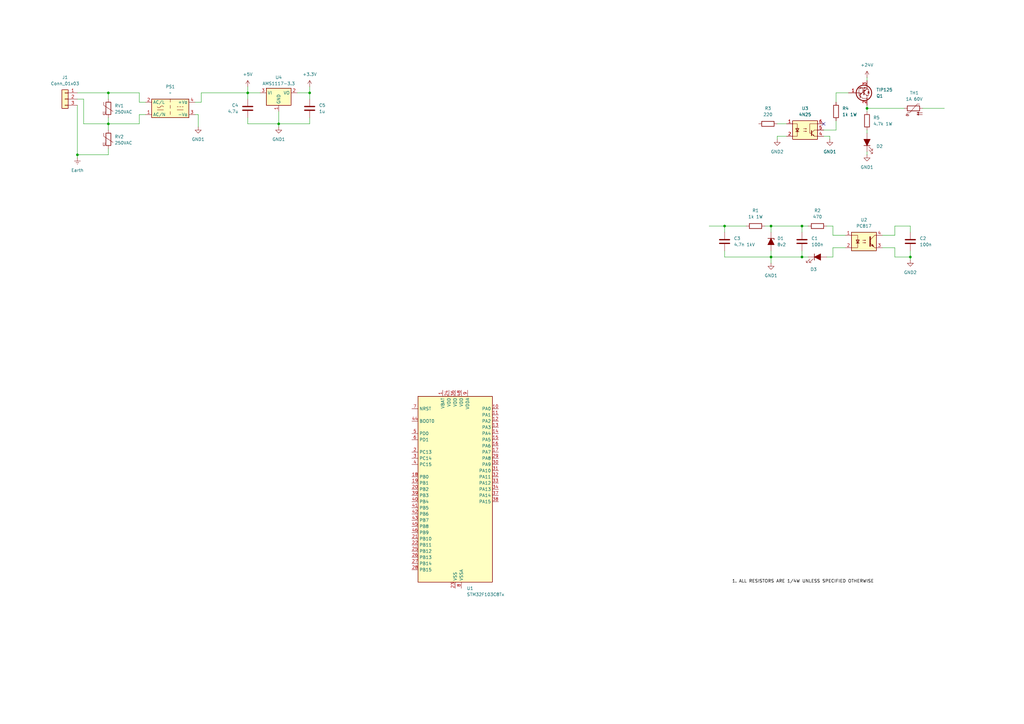
<source format=kicad_sch>
(kicad_sch (version 20231120) (generator "eeschema") (generator_version "8.0")
  (paper "A3")
  (title_block (title "LIRA-PLC") (date "2024-12-11") (rev "0.1") (company "FELIPE LIRA"))
  (lib_symbols
    (symbol "Connector_Generic:Conn_01x03" (pin_names (offset 1.016) hide)
      (property "Reference" "J" (at 0 5.08 0))
      (property "Value" "Conn_01x03" (at 0 -5.08 0))
      (symbol "Conn_01x03_1_1"
        (rectangle (start -1.27 -2.413) (end 0 -2.667) (stroke (width 0.1524)))
        (rectangle (start -1.27 0.127) (end 0 -0.127) (stroke (width 0.1524)))
        (rectangle (start -1.27 2.667) (end 0 2.413) (stroke (width 0.1524)))
        (rectangle (start -1.27 3.81) (end 1.27 -3.81) (stroke (width 0.254)) (fill (type background)))
        (pin passive line (at -5.08 2.54 0) (length 3.81) (name "Pin_1") (number "1"))
        (pin passive line (at -5.08 0 0) (length 3.81) (name "Pin_2") (number "2"))
        (pin passive line (at -5.08 -2.54 0) (length 3.81) (name "Pin_3") (number "3"))
      )
    )
    (symbol "Converter_ACDC:IRM-02-5"
      (property "Reference" "PS" (at 0 5.08 0))
      (property "Value" "IRM-02-5" (at 0 -5.08 0))
      (symbol "IRM-02-5_0_1"
        (rectangle (start -7.62 3.81) (end 7.62 -3.81) (stroke (width 0.254)) (fill (type background)))
        (arc (start -5.334 0.635) (mid -4.699 0.2495) (end -4.064 0.635))
        (arc (start -2.794 0.635) (mid -3.429 1.0072) (end -4.064 0.635))
        (polyline (pts (xy -5.334 -0.635) (xy -2.794 -0.635)))
        (polyline (pts (xy 2.794 -0.635) (xy 5.334 -0.635)))
        (polyline (pts (xy 2.794 0.635) (xy 3.302 0.635)))
        (polyline (pts (xy 3.81 0.635) (xy 4.318 0.635)))
        (polyline (pts (xy 4.826 0.635) (xy 5.334 0.635)))
      )
      (symbol "IRM-02-5_1_1"
        (polyline (pts (xy 0 -1.27) (xy 0 -2.54)))
        (polyline (pts (xy 0 1.27) (xy 0 0)))
        (polyline (pts (xy 0 3.81) (xy 0 2.54)))
        (pin power_in line (at -10.16 -2.54 0) (length 2.54) (name "AC/N") (number "1"))
        (pin power_in line (at -10.16 2.54 0) (length 2.54) (name "AC/L") (number "2"))
        (pin power_out line (at 10.16 -2.54 180) (length 2.54) (name "-Vo") (number "3"))
        (pin power_out line (at 10.16 2.54 180) (length 2.54) (name "+Vo") (number "4"))
      )
    )
    (symbol "Device:C" (pin_numbers hide) (pin_names (offset 0.254))
      (property "Reference" "C" (at 0.635 2.54 0))
      (property "Value" "C" (at 0.635 -2.54 0))
      (symbol "C_0_1"
        (polyline (pts (xy -2.032 -0.762) (xy 2.032 -0.762)) (stroke (width 0.508)))
        (polyline (pts (xy -2.032 0.762) (xy 2.032 0.762)) (stroke (width 0.508)))
      )
      (symbol "C_1_1"
        (pin passive line (at 0 3.81 270) (length 2.794) (name "~") (number "1"))
        (pin passive line (at 0 -3.81 90) (length 2.794) (name "~") (number "2"))
      )
    )
    (symbol "Device:D_Zener_Filled" (pin_numbers hide) (pin_names (offset 1.016) hide)
      (property "Reference" "D" (at 0 2.54 0))
      (property "Value" "D_Zener_Filled" (at 0 -2.54 0))
      (symbol "D_Zener_Filled_0_1"
        (polyline (pts (xy 1.27 0) (xy -1.27 0)))
        (polyline (pts (xy -1.27 -1.27) (xy -1.27 1.27) (xy -0.762 1.27)) (stroke (width 0.254)))
        (polyline (pts (xy 1.27 -1.27) (xy 1.27 1.27) (xy -1.27 0) (xy 1.27 -1.27)) (stroke (width 0.254)) (fill (type outline)))
      )
      (symbol "D_Zener_Filled_1_1"
        (pin passive line (at -3.81 0 0) (length 2.54) (name "K") (number "1"))
        (pin passive line (at 3.81 0 180) (length 2.54) (name "A") (number "2"))
      )
    )
    (symbol "Device:LED_Filled" (pin_numbers hide) (pin_names (offset 1.016) hide)
      (property "Reference" "D" (at 0 2.54 0))
      (property "Value" "LED_Filled" (at 0 -2.54 0))
      (symbol "LED_Filled_0_1"
        (polyline (pts (xy -1.27 -1.27) (xy -1.27 1.27)) (stroke (width 0.254)))
        (polyline (pts (xy -1.27 0) (xy 1.27 0)))
        (polyline (pts (xy 1.27 -1.27) (xy 1.27 1.27) (xy -1.27 0) (xy 1.27 -1.27)) (stroke (width 0.254)) (fill (type outline)))
        (polyline (pts (xy -3.048 -0.762) (xy -4.572 -2.286) (xy -3.81 -2.286) (xy -4.572 -2.286) (xy -4.572 -1.524)))
        (polyline (pts (xy -1.778 -0.762) (xy -3.302 -2.286) (xy -2.54 -2.286) (xy -3.302 -2.286) (xy -3.302 -1.524)))
      )
      (symbol "LED_Filled_1_1"
        (pin passive line (at -3.81 0 0) (length 2.54) (name "K") (number "1"))
        (pin passive line (at 3.81 0 180) (length 2.54) (name "A") (number "2"))
      )
    )
    (symbol "Device:R" (pin_numbers hide) (pin_names (offset 0))
      (property "Reference" "R" (at 2.032 0 90))
      (property "Value" "R" (at 0 0 90))
      (symbol "R_0_1"
        (rectangle (start -1.016 -2.54) (end 1.016 2.54) (stroke (width 0.254)))
      )
      (symbol "R_1_1"
        (pin passive line (at 0 3.81 270) (length 1.27) (name "~") (number "1"))
        (pin passive line (at 0 -3.81 90) (length 1.27) (name "~") (number "2"))
      )
    )
    (symbol "Device:Thermistor_PTC" (pin_numbers hide) (pin_names (offset 0))
      (property "Reference" "TH" (at -4.064 0 90))
      (property "Value" "Thermistor_PTC" (at 3.048 0 90))
      (symbol "Thermistor_PTC_0_1"
        (arc (start -3.048 2.159) (mid -3.0495 2.3143) (end -3.175 2.413))
        (arc (start -3.048 2.159) (mid -2.9736 1.9794) (end -2.794 1.905))
        (arc (start -3.048 2.794) (mid -2.9736 2.6144) (end -2.794 2.54))
        (arc (start -2.794 1.905) (mid -2.6144 1.9794) (end -2.54 2.159))
        (arc (start -2.794 2.54) (mid -2.4393 2.5587) (end -2.159 2.794))
        (arc (start -2.794 3.048) (mid -2.9736 2.9736) (end -3.048 2.794))
        (arc (start -2.54 2.794) (mid -2.6144 2.9736) (end -2.794 3.048))
        (rectangle (start -1.016 2.54) (end 1.016 -2.54) (stroke (width 0.254)))
        (polyline (pts (xy -2.54 2.159) (xy -2.54 2.794)))
        (polyline (pts (xy -1.778 2.54) (xy -1.778 1.524) (xy 1.778 -1.524) (xy 1.778 -2.54)))
        (polyline (pts (xy -2.54 -3.683) (xy -2.54 -1.397) (xy -2.794 -2.159) (xy -2.286 -2.159) (xy -2.54 -1.397) (xy -2.54 -1.651)) (fill (type outline)))
        (polyline (pts (xy -1.778 -3.683) (xy -1.778 -1.397) (xy -2.032 -2.159) (xy -1.524 -2.159) (xy -1.778 -1.397) (xy -1.778 -1.651)) (fill (type outline)))
      )
      (symbol "Thermistor_PTC_1_1"
        (pin passive line (at 0 3.81 270) (length 1.27) (name "~") (number "1"))
        (pin passive line (at 0 -3.81 90) (length 1.27) (name "~") (number "2"))
      )
    )
    (symbol "Device:Varistor" (pin_numbers hide) (pin_names (offset 0))
      (property "Reference" "RV" (at 3.175 0 90))
      (property "Value" "Varistor" (at -3.175 0 90))
      (symbol "Varistor_0_0"
        (text "U" (at -1.778 -2.032 0) (effects (font (size 1.27 1.27))))
      )
      (symbol "Varistor_0_1"
        (rectangle (start -1.016 -2.54) (end 1.016 2.54) (stroke (width 0.254)))
        (polyline (pts (xy -1.905 2.54) (xy -1.905 1.27) (xy 1.905 -1.27)))
      )
      (symbol "Varistor_1_1"
        (pin passive line (at 0 3.81 270) (length 1.27) (name "~") (number "1"))
        (pin passive line (at 0 -3.81 90) (length 1.27) (name "~") (number "2"))
      )
    )
    (symbol "Isolator:4N25" (pin_names (offset 1.016))
      (property "Reference" "U" (at -5.08 5.08 0))
      (property "Value" "4N25" (at 0 5.08 0))
      (symbol "4N25_0_1"
        (rectangle (start -5.08 3.81) (end 5.08 -3.81) (stroke (width 0.254)) (fill (type background)))
        (polyline (pts (xy -3.81 -0.635) (xy -2.54 -0.635)) (stroke (width 0.254)))
        (polyline (pts (xy 2.667 -1.397) (xy 3.81 -2.54)))
        (polyline (pts (xy 2.667 -1.143) (xy 3.81 0)))
        (polyline (pts (xy 3.81 -2.54) (xy 5.08 -2.54)))
        (polyline (pts (xy 3.81 0) (xy 5.08 0)))
        (polyline (pts (xy 2.667 -0.254) (xy 2.667 -2.286) (xy 2.667 -2.286)) (stroke (width 0.3556)))
        (polyline (pts (xy -5.08 -2.54) (xy -3.175 -2.54) (xy -3.175 2.54) (xy -5.08 2.54)))
        (polyline (pts (xy -3.175 -0.635) (xy -3.81 0.635) (xy -2.54 0.635) (xy -3.175 -0.635)) (stroke (width 0.254)))
        (polyline (pts (xy 3.683 -2.413) (xy 3.429 -1.905) (xy 3.175 -2.159) (xy 3.683 -2.413)))
        (polyline (pts (xy 5.08 2.54) (xy 1.905 2.54) (xy 1.905 -1.27) (xy 2.54 -1.27)))
        (polyline (pts (xy -0.635 -0.508) (xy 0.635 -0.508) (xy 0.254 -0.635) (xy 0.254 -0.381) (xy 0.635 -0.508)))
        (polyline (pts (xy -0.635 0.508) (xy 0.635 0.508) (xy 0.254 0.381) (xy 0.254 0.635) (xy 0.635 0.508)))
      )
      (symbol "4N25_1_1"
        (pin passive line (at -7.62 2.54 0) (length 2.54) (name "~") (number "1"))
        (pin passive line (at -7.62 -2.54 0) (length 2.54) (name "~") (number "2"))
        (pin no_connect line (at -5.08 0 0) (length 2.54) hide (name "NC") (number "3"))
        (pin passive line (at 7.62 -2.54 180) (length 2.54) (name "~") (number "4"))
        (pin passive line (at 7.62 0 180) (length 2.54) (name "~") (number "5"))
        (pin passive line (at 7.62 2.54 180) (length 2.54) (name "~") (number "6"))
      )
    )
    (symbol "Isolator:PC817" (pin_names (offset 1.016))
      (property "Reference" "U" (at -5.08 5.08 0))
      (property "Value" "PC817" (at 0 5.08 0))
      (symbol "PC817_0_1"
        (rectangle (start -5.08 3.81) (end 5.08 -3.81) (stroke (width 0.254)) (fill (type background)))
        (polyline (pts (xy -3.175 -0.635) (xy -1.905 -0.635)) (stroke (width 0.254)))
        (polyline (pts (xy 2.54 0.635) (xy 4.445 2.54)))
        (polyline (pts (xy 4.445 -2.54) (xy 2.54 -0.635)) (fill (type outline)))
        (polyline (pts (xy 4.445 -2.54) (xy 5.08 -2.54)))
        (polyline (pts (xy 4.445 2.54) (xy 5.08 2.54)))
        (polyline (pts (xy -5.08 2.54) (xy -2.54 2.54) (xy -2.54 -0.635)))
        (polyline (pts (xy -2.54 -0.635) (xy -2.54 -2.54) (xy -5.08 -2.54)))
        (polyline (pts (xy 2.54 1.905) (xy 2.54 -1.905) (xy 2.54 -1.905)) (stroke (width 0.508)))
        (polyline (pts (xy -2.54 -0.635) (xy -3.175 0.635) (xy -1.905 0.635) (xy -2.54 -0.635)) (stroke (width 0.254)))
        (polyline (pts (xy -0.508 -0.508) (xy 0.762 -0.508) (xy 0.381 -0.635) (xy 0.381 -0.381) (xy 0.762 -0.508)))
        (polyline (pts (xy -0.508 0.508) (xy 0.762 0.508) (xy 0.381 0.381) (xy 0.381 0.635) (xy 0.762 0.508)))
        (polyline (pts (xy 3.048 -1.651) (xy 3.556 -1.143) (xy 4.064 -2.159) (xy 3.048 -1.651) (xy 3.048 -1.651)) (fill (type outline)))
      )
      (symbol "PC817_1_1"
        (pin passive line (at -7.62 2.54 0) (length 2.54) (name "~") (number "1"))
        (pin passive line (at -7.62 -2.54 0) (length 2.54) (name "~") (number "2"))
        (pin passive line (at 7.62 -2.54 180) (length 2.54) (name "~") (number "3"))
        (pin passive line (at 7.62 2.54 180) (length 2.54) (name "~") (number "4"))
      )
    )
    (symbol "MCU_ST_STM32F1:STM32F103C8Tx"
      (property "Reference" "U" (at -15.24 39.37 0))
      (property "Value" "STM32F103C8Tx" (at 7.62 39.37 0))
      (symbol "STM32F103C8Tx_0_1"
        (rectangle (start -15.24 -38.1) (end 15.24 38.1) (stroke (width 0.254)) (fill (type background)))
      )
      (symbol "STM32F103C8Tx_1_1"
        (pin power_in line (at -5.08 40.64 270) (length 2.54) (name "VBAT") (number "1"))
        (pin bidirectional line (at 17.78 33.02 180) (length 2.54) (name "PA0") (number "10"))
        (pin bidirectional line (at 17.78 30.48 180) (length 2.54) (name "PA1") (number "11"))
        (pin bidirectional line (at 17.78 27.94 180) (length 2.54) (name "PA2") (number "12"))
        (pin bidirectional line (at 17.78 25.4 180) (length 2.54) (name "PA3") (number "13"))
        (pin bidirectional line (at 17.78 22.86 180) (length 2.54) (name "PA4") (number "14"))
        (pin bidirectional line (at 17.78 20.32 180) (length 2.54) (name "PA5") (number "15"))
        (pin bidirectional line (at 17.78 17.78 180) (length 2.54) (name "PA6") (number "16"))
        (pin bidirectional line (at 17.78 15.24 180) (length 2.54) (name "PA7") (number "17"))
        (pin bidirectional line (at -17.78 5.08 0) (length 2.54) (name "PB0") (number "18"))
        (pin bidirectional line (at -17.78 2.54 0) (length 2.54) (name "PB1") (number "19"))
        (pin bidirectional line (at -17.78 15.24 0) (length 2.54) (name "PC13") (number "2"))
        (pin bidirectional line (at -17.78 0 0) (length 2.54) (name "PB2") (number "20"))
        (pin bidirectional line (at -17.78 -20.32 0) (length 2.54) (name "PB10") (number "21"))
        (pin bidirectional line (at -17.78 -22.86 0) (length 2.54) (name "PB11") (number "22"))
        (pin power_in line (at 0 -40.64 90) (length 2.54) (name "VSS") (number "23"))
        (pin power_in line (at -2.54 40.64 270) (length 2.54) (name "VDD") (number "24"))
        (pin bidirectional line (at -17.78 -25.4 0) (length 2.54) (name "PB12") (number "25"))
        (pin bidirectional line (at -17.78 -27.94 0) (length 2.54) (name "PB13") (number "26"))
        (pin bidirectional line (at -17.78 -30.48 0) (length 2.54) (name "PB14") (number "27"))
        (pin bidirectional line (at -17.78 -33.02 0) (length 2.54) (name "PB15") (number "28"))
        (pin bidirectional line (at 17.78 12.7 180) (length 2.54) (name "PA8") (number "29"))
        (pin bidirectional line (at -17.78 12.7 0) (length 2.54) (name "PC14") (number "3"))
        (pin bidirectional line (at 17.78 10.16 180) (length 2.54) (name "PA9") (number "30"))
        (pin bidirectional line (at 17.78 7.62 180) (length 2.54) (name "PA10") (number "31"))
        (pin bidirectional line (at 17.78 5.08 180) (length 2.54) (name "PA11") (number "32"))
        (pin bidirectional line (at 17.78 2.54 180) (length 2.54) (name "PA12") (number "33"))
        (pin bidirectional line (at 17.78 0 180) (length 2.54) (name "PA13") (number "34"))
        (pin passive line (at 0 -40.64 90) (length 2.54) hide (name "VSS") (number "35"))
        (pin power_in line (at 0 40.64 270) (length 2.54) (name "VDD") (number "36"))
        (pin bidirectional line (at 17.78 -2.54 180) (length 2.54) (name "PA14") (number "37"))
        (pin bidirectional line (at 17.78 -5.08 180) (length 2.54) (name "PA15") (number "38"))
        (pin bidirectional line (at -17.78 -2.54 0) (length 2.54) (name "PB3") (number "39"))
        (pin bidirectional line (at -17.78 10.16 0) (length 2.54) (name "PC15") (number "4"))
        (pin bidirectional line (at -17.78 -5.08 0) (length 2.54) (name "PB4") (number "40"))
        (pin bidirectional line (at -17.78 -7.62 0) (length 2.54) (name "PB5") (number "41"))
        (pin bidirectional line (at -17.78 -10.16 0) (length 2.54) (name "PB6") (number "42"))
        (pin bidirectional line (at -17.78 -12.7 0) (length 2.54) (name "PB7") (number "43"))
        (pin input line (at -17.78 27.94 0) (length 2.54) (name "BOOT0") (number "44"))
        (pin bidirectional line (at -17.78 -15.24 0) (length 2.54) (name "PB8") (number "45"))
        (pin bidirectional line (at -17.78 -17.78 0) (length 2.54) (name "PB9") (number "46"))
        (pin passive line (at 0 -40.64 90) (length 2.54) hide (name "VSS") (number "47"))
        (pin power_in line (at 2.54 40.64 270) (length 2.54) (name "VDD") (number "48"))
        (pin bidirectional line (at -17.78 22.86 0) (length 2.54) (name "PD0") (number "5"))
        (pin bidirectional line (at -17.78 20.32 0) (length 2.54) (name "PD1") (number "6"))
        (pin input line (at -17.78 33.02 0) (length 2.54) (name "NRST") (number "7"))
        (pin power_in line (at 2.54 -40.64 90) (length 2.54) (name "VSSA") (number "8"))
        (pin power_in line (at 5.08 40.64 270) (length 2.54) (name "VDDA") (number "9"))
      )
    )
    (symbol "Regulator_Linear:AMS1117-3.3"
      (property "Reference" "U" (at -3.81 3.175 0))
      (property "Value" "AMS1117-3.3" (at 0 3.175 0))
      (symbol "AMS1117-3.3_0_1"
        (rectangle (start -5.08 -5.08) (end 5.08 1.905) (stroke (width 0.254)) (fill (type background)))
      )
      (symbol "AMS1117-3.3_1_1"
        (pin power_in line (at 0 -7.62 90) (length 2.54) (name "GND") (number "1"))
        (pin power_out line (at 7.62 0 180) (length 2.54) (name "VO") (number "2"))
        (pin power_in line (at -7.62 0 0) (length 2.54) (name "VI") (number "3"))
      )
    )
    (symbol "Transistor_BJT:TIP125" (pin_names (offset 0) hide)
      (property "Reference" "Q" (at 5.08 1.905 0))
      (property "Value" "TIP125" (at 5.08 0 0))
      (symbol "TIP125_0_1"
        (circle (center -0.762 0) (radius 0.127))
        (polyline (pts (xy -1.27 0) (xy -0.889 0)))
        (polyline (pts (xy 2.54 -2.032) (xy 2.54 -2.54)))
        (polyline (pts (xy 2.54 -1.524) (xy 3.175 -1.524)))
        (polyline (pts (xy 2.794 -0.635) (xy 3.556 -0.635)))
        (polyline (pts (xy 3.175 -1.524) (xy 3.175 -0.635)))
        (polyline (pts (xy 3.175 0.127) (xy 3.175 1.016)))
        (polyline (pts (xy 3.175 1.016) (xy 2.54 1.016)))
        (polyline (pts (xy -0.254 0.762) (xy 0.762 -0.254) (xy 1.27 -0.254)))
        (polyline (pts (xy -0.254 1.016) (xy -0.762 1.016) (xy -0.762 -2.032)))
        (polyline (pts (xy -0.254 1.27) (xy 0.762 2.286) (xy 2.54 2.286)))
        (polyline (pts (xy -0.254 2.032) (xy -0.254 0) (xy -0.254 0)) (stroke (width 0.3048)))
        (polyline (pts (xy 1.27 0.762) (xy 1.27 -1.27) (xy 1.27 -1.27)) (stroke (width 0.381)))
        (polyline (pts (xy 0 0.508) (xy 0.254 0) (xy 0.508 0.254) (xy 0 0.508)))
        (polyline (pts (xy 1.27 -0.508) (xy 2.286 -1.524) (xy 2.54 -1.524) (xy 2.54 -2.032)))
        (polyline (pts (xy 1.27 0) (xy 2.286 1.016) (xy 2.54 1.016) (xy 2.54 2.286)))
        (polyline (pts (xy 1.524 -0.762) (xy 1.778 -1.27) (xy 2.032 -1.016) (xy 1.524 -0.762)))
        (polyline (pts (xy 3.175 -0.635) (xy 2.794 0.127) (xy 3.556 0.127) (xy 3.175 -0.635)) (fill (type outline)))
        (polyline (pts (xy 0.762 -2.032) (xy 0.381 -2.032) (xy 0.254 -2.286) (xy 0.127 -1.778) (xy 0 -2.286) (xy -0.127 -1.778) (xy -0.254 -2.286) (xy -0.381 -1.778) (xy -0.508 -2.032) (xy -0.762 -2.032)))
        (polyline (pts (xy 0.762 -0.254) (xy 0.762 -2.032) (xy 1.143 -2.032) (xy 1.27 -1.778) (xy 1.397 -2.286) (xy 1.524 -1.778) (xy 1.651 -2.286) (xy 1.778 -1.778) (xy 1.905 -2.286) (xy 2.032 -2.032) (xy 2.54 -2.032)))
        (circle (center 0.762 -2.032) (radius 0.127))
        (circle (center 0.762 -0.254) (radius 0.127))
        (circle (center 1.27 0) (radius 3.175) (stroke (width 0.3556)))
        (circle (center 2.54 -2.032) (radius 0.127))
        (circle (center 2.54 -1.524) (radius 0.127))
        (circle (center 2.54 1.016) (radius 0.127))
        (circle (center 2.54 2.286) (radius 0.127))
      )
      (symbol "TIP125_1_1"
        (pin input line (at -5.08 0 0) (length 3.81) (name "B") (number "1"))
        (pin passive line (at 2.54 5.08 270) (length 2.667) (name "C") (number "2"))
        (pin passive line (at 2.54 -5.08 90) (length 2.54) (name "E") (number "3"))
      )
    )
    (symbol "power:+24V" (power) (pin_numbers hide) (pin_names (offset 0) hide)
      (property "Value" "+24V" (at 0 3.556 0))
      (symbol "+24V_0_1"
        (polyline (pts (xy -0.762 1.27) (xy 0 2.54)))
        (polyline (pts (xy 0 0) (xy 0 2.54)))
        (polyline (pts (xy 0 2.54) (xy 0.762 1.27)))
      )
      (symbol "+24V_1_1"
        (pin power_in line (at 0 0 90) (length 0) (name "~") (number "1"))
      )
    )
    (symbol "power:+3.3V" (power) (pin_numbers hide) (pin_names (offset 0) hide)
      (property "Value" "+3.3V" (at 0 3.556 0))
      (symbol "+3.3V_0_1"
        (polyline (pts (xy -0.762 1.27) (xy 0 2.54)))
        (polyline (pts (xy 0 0) (xy 0 2.54)))
        (polyline (pts (xy 0 2.54) (xy 0.762 1.27)))
      )
      (symbol "+3.3V_1_1"
        (pin power_in line (at 0 0 90) (length 0) (name "~") (number "1"))
      )
    )
    (symbol "power:+5V" (power) (pin_numbers hide) (pin_names (offset 0) hide)
      (property "Value" "+5V" (at 0 3.556 0))
      (symbol "+5V_0_1"
        (polyline (pts (xy -0.762 1.27) (xy 0 2.54)))
        (polyline (pts (xy 0 0) (xy 0 2.54)))
        (polyline (pts (xy 0 2.54) (xy 0.762 1.27)))
      )
      (symbol "+5V_1_1"
        (pin power_in line (at 0 0 90) (length 0) (name "~") (number "1"))
      )
    )
    (symbol "power:Earth" (power) (pin_numbers hide) (pin_names (offset 0) hide)
      (property "Value" "Earth" (at 0 -3.81 0))
      (symbol "Earth_0_1"
        (polyline (pts (xy -0.635 -1.905) (xy 0.635 -1.905)))
        (polyline (pts (xy -0.127 -2.54) (xy 0.127 -2.54)))
        (polyline (pts (xy 0 -1.27) (xy 0 0)))
        (polyline (pts (xy 1.27 -1.27) (xy -1.27 -1.27)))
      )
      (symbol "Earth_1_1"
        (pin power_in line (at 0 0 270) (length 0) (name "~") (number "1"))
      )
    )
    (symbol "power:GND1" (power) (pin_numbers hide) (pin_names (offset 0) hide)
      (property "Value" "GND1" (at 0 -3.81 0))
      (symbol "GND1_0_1"
        (polyline (pts (xy 0 0) (xy 0 -1.27) (xy 1.27 -1.27) (xy 0 -2.54) (xy -1.27 -1.27) (xy 0 -1.27)))
      )
      (symbol "GND1_1_1"
        (pin power_in line (at 0 0 270) (length 0) (name "~") (number "1"))
      )
    )
    (symbol "power:GND2" (power) (pin_numbers hide) (pin_names (offset 0) hide)
      (property "Value" "GND2" (at 0 -3.81 0))
      (symbol "GND2_0_1"
        (polyline (pts (xy 0 0) (xy 0 -1.27) (xy 1.27 -1.27) (xy 0 -2.54) (xy -1.27 -1.27) (xy 0 -1.27)))
      )
      (symbol "GND2_1_1"
        (pin power_in line (at 0 0 270) (length 0) (name "~") (number "1"))
      )
    )
  )
  (junction (at 31.75 63.5))
  (junction (at 328.93 105.41))
  (junction (at 355.6 44.45))
  (junction (at 127 38.1))
  (junction (at 101.6 38.1))
  (junction (at 316.23 105.41))
  (junction (at 316.23 92.71))
  (junction (at 44.45 38.1))
  (junction (at 373.38 105.41))
  (junction (at 328.93 92.71))
  (junction (at 44.45 50.8))
  (junction (at 114.3 50.8))
  (junction (at 297.18 92.71))
  (no_connect (at 337.82 50.8))
  (wire (pts (xy 378.46 44.45) (xy 387.35 44.45)))
  (wire (pts (xy 127 48.26) (xy 127 50.8)))
  (wire (pts (xy 339.09 92.71) (xy 341.63 92.71)))
  (wire (pts (xy 44.45 60.96) (xy 44.45 63.5)))
  (wire (pts (xy 337.82 55.88) (xy 340.36 55.88)))
  (wire (pts (xy 355.6 44.45) (xy 370.84 44.45)))
  (wire (pts (xy 373.38 106.68) (xy 373.38 105.41)))
  (wire (pts (xy 355.6 44.45) (xy 355.6 45.72)))
  (wire (pts (xy 101.6 35.56) (xy 101.6 38.1)))
  (wire (pts (xy 44.45 63.5) (xy 31.75 63.5)))
  (wire (pts (xy 80.01 41.91) (xy 82.55 41.91)))
  (wire (pts (xy 44.45 50.8) (xy 44.45 53.34)))
  (wire (pts (xy 82.55 38.1) (xy 82.55 41.91)))
  (wire (pts (xy 328.93 92.71) (xy 331.47 92.71)))
  (wire (pts (xy 322.58 55.88) (xy 318.77 55.88)))
  (wire (pts (xy 297.18 92.71) (xy 306.07 92.71)))
  (wire (pts (xy 101.6 38.1) (xy 101.6 40.64)))
  (wire (pts (xy 341.63 96.52) (xy 346.71 96.52)))
  (wire (pts (xy 361.95 101.6) (xy 367.03 101.6)))
  (wire (pts (xy 31.75 40.64) (xy 34.29 40.64)))
  (wire (pts (xy 57.15 46.99) (xy 57.15 50.8)))
  (wire (pts (xy 328.93 92.71) (xy 328.93 95.25)))
  (wire (pts (xy 316.23 92.71) (xy 328.93 92.71)))
  (wire (pts (xy 44.45 38.1) (xy 57.15 38.1)))
  (wire (pts (xy 101.6 38.1) (xy 106.68 38.1)))
  (wire (pts (xy 318.77 50.8) (xy 322.58 50.8)))
  (wire (pts (xy 34.29 40.64) (xy 34.29 50.8)))
  (wire (pts (xy 44.45 38.1) (xy 44.45 40.64)))
  (wire (pts (xy 44.45 50.8) (xy 57.15 50.8)))
  (wire (pts (xy 81.28 46.99) (xy 81.28 52.07)))
  (wire (pts (xy 34.29 50.8) (xy 44.45 50.8)))
  (wire (pts (xy 297.18 102.87) (xy 297.18 105.41)))
  (wire (pts (xy 328.93 102.87) (xy 328.93 105.41)))
  (wire (pts (xy 57.15 41.91) (xy 59.69 41.91)))
  (wire (pts (xy 341.63 92.71) (xy 341.63 96.52)))
  (wire (pts (xy 355.6 31.75) (xy 355.6 33.02)))
  (wire (pts (xy 367.03 92.71) (xy 373.38 92.71)))
  (wire (pts (xy 342.9 41.91) (xy 342.9 38.1)))
  (wire (pts (xy 339.09 105.41) (xy 341.63 105.41)))
  (wire (pts (xy 355.6 62.23) (xy 355.6 63.5)))
  (wire (pts (xy 316.23 102.87) (xy 316.23 105.41)))
  (wire (pts (xy 316.23 105.41) (xy 328.93 105.41)))
  (wire (pts (xy 57.15 46.99) (xy 59.69 46.99)))
  (wire (pts (xy 313.69 92.71) (xy 316.23 92.71)))
  (wire (pts (xy 101.6 48.26) (xy 101.6 50.8)))
  (wire (pts (xy 367.03 101.6) (xy 367.03 105.41)))
  (wire (pts (xy 367.03 96.52) (xy 361.95 96.52)))
  (wire (pts (xy 290.83 92.71) (xy 297.18 92.71)))
  (wire (pts (xy 127 38.1) (xy 127 40.64)))
  (wire (pts (xy 373.38 92.71) (xy 373.38 95.25)))
  (wire (pts (xy 31.75 63.5) (xy 31.75 64.77)))
  (wire (pts (xy 328.93 105.41) (xy 331.47 105.41)))
  (wire (pts (xy 44.45 48.26) (xy 44.45 50.8)))
  (wire (pts (xy 367.03 96.52) (xy 367.03 92.71)))
  (wire (pts (xy 121.92 38.1) (xy 127 38.1)))
  (wire (pts (xy 101.6 50.8) (xy 114.3 50.8)))
  (wire (pts (xy 337.82 53.34) (xy 342.9 53.34)))
  (wire (pts (xy 316.23 92.71) (xy 316.23 95.25)))
  (wire (pts (xy 31.75 43.18) (xy 31.75 63.5)))
  (wire (pts (xy 355.6 43.18) (xy 355.6 44.45)))
  (wire (pts (xy 31.75 38.1) (xy 44.45 38.1)))
  (wire (pts (xy 355.6 53.34) (xy 355.6 54.61)))
  (wire (pts (xy 114.3 50.8) (xy 114.3 52.07)))
  (wire (pts (xy 114.3 50.8) (xy 127 50.8)))
  (wire (pts (xy 297.18 92.71) (xy 297.18 95.25)))
  (wire (pts (xy 367.03 105.41) (xy 373.38 105.41)))
  (wire (pts (xy 57.15 38.1) (xy 57.15 41.91)))
  (wire (pts (xy 341.63 101.6) (xy 341.63 105.41)))
  (wire (pts (xy 342.9 38.1) (xy 347.98 38.1)))
  (wire (pts (xy 316.23 105.41) (xy 316.23 107.95)))
  (wire (pts (xy 127 35.56) (xy 127 38.1)))
  (wire (pts (xy 342.9 49.53) (xy 342.9 53.34)))
  (wire (pts (xy 114.3 45.72) (xy 114.3 50.8)))
  (wire (pts (xy 346.71 101.6) (xy 341.63 101.6)))
  (wire (pts (xy 340.36 55.88) (xy 340.36 57.15)))
  (wire (pts (xy 297.18 105.41) (xy 316.23 105.41)))
  (wire (pts (xy 318.77 55.88) (xy 318.77 57.15)))
  (wire (pts (xy 82.55 38.1) (xy 101.6 38.1)))
  (wire (pts (xy 373.38 102.87) (xy 373.38 105.41)))
  (wire (pts (xy 80.01 46.99) (xy 81.28 46.99)))
  (text "1. ALL RESISTORS ARE 1/4W UNLESS SPECIFIED OTHERWISE" (at 300.228 238.506 0) (effects (font (size 1.27 1.27)) (justify left)))
  (symbol (lib_id "power:+24V") (at 355.6 31.75 0) (unit 1)
    (property "Reference" "#PWR04" (effects (hide yes)))
    (property "Value" "+24V" (at 355.6 26.67 0))
    (property "Description" "Power symbol creates a global label with name \"+24V\"" (effects (hide yes)))
  )
  (symbol (lib_id "Device:C") (at 101.6 44.45 0) (unit 1)
    (property "Reference" "C4" (at 97.79 43.1799 0) (effects (justify right)))
    (property "Value" "4.7u" (at 97.79 45.7199 0) (effects (justify right)))
    (property "Description" "Unpolarized capacitor" (effects (hide yes)))
  )
  (symbol (lib_id "Device:LED_Filled") (at 355.6 58.42 90) (unit 1)
    (property "Reference" "D2" (at 359.41 60.0074 90) (effects (justify right)))
    (property "Value" "LED_Filled" (effects (hide yes)))
    (property "Description" "Light emitting diode, filled shape" (effects (hide yes)))
  )
  (symbol (lib_id "power:GND1") (at 340.36 57.15 0) (unit 1)
    (property "Reference" "#PWR03" (effects (hide yes)))
    (property "Value" "GND1" (at 340.36 62.23 0))
    (property "Description" "Power symbol creates a global label with name \"GND1\" , ground" (effects (hide yes)))
  )
  (symbol (lib_id "Device:C") (at 127 44.45 0) (unit 1)
    (property "Reference" "C5" (at 130.81 43.1799 0) (effects (justify left)))
    (property "Value" "1u" (at 130.81 45.7199 0) (effects (justify left)))
    (property "Description" "Unpolarized capacitor" (effects (hide yes)))
  )
  (symbol (lib_id "Isolator:PC817") (at 354.33 99.06 0) (unit 1)
    (property "Reference" "U2" (at 354.33 90.17 0))
    (property "Value" "PC817" (at 354.33 92.71 0))
    (property "Footprint" "Package_DIP:DIP-4_W7.62mm" (effects (hide yes)))
    (property "Datasheet" "http://www.soselectronic.cz/a_info/resource/d/pc817.pdf" (effects (hide yes)))
    (property "Description" "DC Optocoupler, Vce 35V, CTR 50-300%, DIP-4" (effects (hide yes)))
  )
  (symbol (lib_id "Device:Thermistor_PTC") (at 374.65 44.45 90) (unit 1)
    (property "Reference" "TH1" (at 374.9675 38.1 90))
    (property "Value" "1A 60V" (at 374.9675 40.64 90))
    (property "Description" "Temperature dependent resistor, positive temperature coefficient" (effects (hide yes)))
    (property "MFP" "LP60-050 - 0.50A" (effects (hide yes)))
    (property "Link" "https://www.eletrodex.net/passivos/termistores/pptc/lp60-termistor-pptc-60v-fusivel-rearmavel" (effects (hide yes)))
  )
  (symbol (lib_id "Device:LED_Filled") (at 335.28 105.41 0) (unit 1)
    (property "Reference" "D3" (at 333.6925 110.49 0))
    (property "Value" "LED_Filled" (effects (hide yes)))
    (property "Description" "Light emitting diode, filled shape" (effects (hide yes)))
  )
  (symbol (lib_id "power:GND2") (at 373.38 106.68 0) (unit 1)
    (property "Reference" "#PWR01" (effects (hide yes)))
    (property "Value" "GND2" (at 373.38 111.76 0))
    (property "Description" "Power symbol creates a global label with name \"GND2\" , ground" (effects (hide yes)))
  )
  (symbol (lib_id "power:GND1") (at 81.28 52.07 0) (unit 1)
    (property "Reference" "#PWR09" (effects (hide yes)))
    (property "Value" "GND1" (at 81.28 57.15 0))
    (property "Description" "Power symbol creates a global label with name \"GND1\" , ground" (effects (hide yes)))
  )
  (symbol (lib_id "Device:R") (at 355.6 49.53 0) (unit 1)
    (property "Reference" "R5" (at 358.14 48.2599 0) (effects (justify left)))
    (property "Value" "4.7k 1W" (at 358.14 50.7999 0) (effects (justify left)))
    (property "Description" "Resistor" (effects (hide yes)))
  )
  (symbol (lib_id "Device:R") (at 314.96 50.8 90) (unit 1)
    (property "Reference" "R3" (at 314.96 44.45 90))
    (property "Value" "220" (at 314.96 46.99 90))
    (property "Description" "Resistor" (effects (hide yes)))
  )
  (symbol (lib_id "MCU_ST_STM32F1:STM32F103C8Tx") (at 186.69 200.66 0) (unit 1)
    (property "Reference" "U1" (at 191.4241 241.3 0) (effects (justify left)))
    (property "Value" "STM32F103C8Tx" (at 191.4241 243.84 0) (effects (justify left)))
    (property "Footprint" "Package_QFP:LQFP-48_7x7mm_P0.5mm" (effects (hide yes)))
    (property "Datasheet" "https://www.st.com/resource/en/datasheet/stm32f103c8.pdf" (effects (hide yes)))
    (property "Description" "STMicroelectronics Arm Cortex-M3 MCU, 64KB flash, 20KB RAM, 72 MHz, 2.0-3.6V, 37 GPIO, LQFP48" (effects (hide yes)))
  )
  (symbol (lib_id "Transistor_BJT:TIP125") (at 353.06 38.1 0) (mirror x) (unit 1)
    (property "Reference" "Q1" (at 359.41 39.3701 0) (effects (justify left)))
    (property "Value" "TIP125" (at 359.41 36.8301 0) (effects (justify left)))
    (property "Footprint" "Package_TO_SOT_THT:TO-220-3_Vertical" (effects (hide yes)))
    (property "Datasheet" "https://www.onsemi.com/pub/Collateral/TIP120-D.PDF" (effects (hide yes)))
    (property "Description" "5A Ic, 60V Vce, Silicon Darlington Power PNP Transistor, TO-220" (effects (hide yes)))
  )
  (symbol (lib_id "Device:C") (at 297.18 99.06 0) (unit 1)
    (property "Reference" "C3" (at 300.99 97.7899 0) (effects (justify left)))
    (property "Value" "4.7n 1kV" (at 300.99 100.3299 0) (effects (justify left)))
    (property "Description" "Unpolarized capacitor" (effects (hide yes)))
  )
  (symbol (lib_id "Device:R") (at 335.28 92.71 90) (unit 1)
    (property "Reference" "R2" (at 335.28 86.36 90))
    (property "Value" "470" (at 335.28 88.9 90))
    (property "Description" "Resistor" (effects (hide yes)))
  )
  (symbol (lib_id "Isolator:4N25") (at 330.2 53.34 0) (unit 1)
    (property "Reference" "U3" (at 330.2 44.45 0))
    (property "Value" "4N25" (at 330.2 46.99 0))
    (property "Footprint" "Package_DIP:DIP-6_W7.62mm" (effects (hide yes)))
    (property "Datasheet" "https://www.vishay.com/docs/83725/4n25.pdf" (effects (hide yes)))
    (property "Description" "DC Optocoupler Base Connected, Vce 30V, CTR 20%, Viso 2500V, DIP6" (effects (hide yes)))
  )
  (symbol (lib_id "Regulator_Linear:AMS1117-3.3") (at 114.3 38.1 0) (unit 1)
    (property "Reference" "U4" (at 114.3 31.75 0))
    (property "Value" "AMS1117-3.3" (at 114.3 34.29 0))
    (property "Footprint" "Package_TO_SOT_SMD:SOT-223-3_TabPin2" (effects (hide yes)))
    (property "Datasheet" "http://www.advanced-monolithic.com/pdf/ds1117.pdf" (effects (hide yes)))
    (property "Description" "1A Low Dropout regulator, positive, 3.3V fixed output, SOT-223" (effects (hide yes)))
  )
  (symbol (lib_id "Device:R") (at 309.88 92.71 90) (unit 1)
    (property "Reference" "R1" (at 309.88 86.36 90))
    (property "Value" "1k 1W" (at 309.88 88.9 90))
    (property "Description" "Resistor" (effects (hide yes)))
  )
  (symbol (lib_id "power:GND1") (at 114.3 52.07 0) (unit 1)
    (property "Reference" "#PWR08" (effects (hide yes)))
    (property "Value" "GND1" (at 114.3 57.15 0))
    (property "Description" "Power symbol creates a global label with name \"GND1\" , ground" (effects (hide yes)))
  )
  (symbol (lib_id "power:Earth") (at 31.75 64.77 0) (unit 1)
    (property "Reference" "#PWR07" (effects (hide yes)))
    (property "Value" "Earth" (at 31.75 69.85 0))
    (property "Description" "Power symbol creates a global label with name \"Earth\"" (effects (hide yes)))
  )
  (symbol (lib_id "Device:D_Zener_Filled") (at 316.23 99.06 270) (unit 1)
    (property "Reference" "D1" (at 318.77 97.7899 90) (effects (justify left)))
    (property "Value" "8v2" (at 318.77 100.3299 90) (effects (justify left)))
    (property "Description" "Zener diode, filled shape" (effects (hide yes)))
  )
  (symbol (lib_id "Device:C") (at 328.93 99.06 0) (unit 1)
    (property "Reference" "C1" (at 332.74 97.7899 0) (effects (justify left)))
    (property "Value" "100n" (at 332.74 100.3299 0) (effects (justify left)))
    (property "Description" "Unpolarized capacitor" (effects (hide yes)))
  )
  (symbol (lib_id "power:+3.3V") (at 127 35.56 0) (unit 1)
    (property "Reference" "#PWR010" (effects (hide yes)))
    (property "Value" "+3.3V" (at 127 30.48 0))
    (property "Description" "Power symbol creates a global label with name \"+3.3V\"" (effects (hide yes)))
  )
  (symbol (lib_id "power:GND1") (at 355.6 63.5 0) (unit 1)
    (property "Reference" "#PWR05" (effects (hide yes)))
    (property "Value" "GND1" (at 355.6 68.58 0))
    (property "Description" "Power symbol creates a global label with name \"GND1\" , ground" (effects (hide yes)))
  )
  (symbol (lib_id "Device:C") (at 373.38 99.06 0) (unit 1)
    (property "Reference" "C2" (at 377.19 97.7899 0) (effects (justify left)))
    (property "Value" "100n" (at 377.19 100.3299 0) (effects (justify left)))
    (property "Description" "Unpolarized capacitor" (effects (hide yes)))
  )
  (symbol (lib_id "Device:Varistor") (at 44.45 57.15 0) (unit 1)
    (property "Reference" "RV2" (at 46.99 56.0732 0) (effects (justify left)))
    (property "Value" "250VAC" (at 46.99 58.6132 0) (effects (justify left)))
    (property "Description" "Voltage dependent resistor" (effects (hide yes)))
    (property "Sim.Name" "kicad_builtin_varistor" (effects (hide yes)))
    (property "Sim.Device" "SUBCKT" (effects (hide yes)))
    (property "Sim.Pins" "1=A 2=B" (effects (hide yes)))
    (property "Sim.Params" "threshold=1k" (effects (hide yes)))
    (property "Sim.Library" "${KICAD7_SYMBOL_DIR}/Simulation_SPICE.sp" (effects (hide yes)))
    (property "Link" "https://www.usinainfo.com.br/varistores/varistor-s7k250-7mm-250vac-s7k391-dnr7d391-tsv07d391kr-tvr07391-kit-com-5-unidades-5046.html" (effects (hide yes)))
  )
  (symbol (lib_id "Device:Varistor") (at 44.45 44.45 0) (unit 1)
    (property "Reference" "RV1" (at 46.99 43.3732 0) (effects (justify left)))
    (property "Value" "250VAC" (at 46.99 45.9132 0) (effects (justify left)))
    (property "Description" "Voltage dependent resistor" (effects (hide yes)))
    (property "Sim.Name" "kicad_builtin_varistor" (effects (hide yes)))
    (property "Sim.Device" "SUBCKT" (effects (hide yes)))
    (property "Sim.Pins" "1=A 2=B" (effects (hide yes)))
    (property "Sim.Params" "threshold=1k" (effects (hide yes)))
    (property "Sim.Library" "${KICAD7_SYMBOL_DIR}/Simulation_SPICE.sp" (effects (hide yes)))
    (property "Link" "https://www.usinainfo.com.br/varistores/varistor-s7k250-7mm-250vac-s7k391-dnr7d391-tsv07d391kr-tvr07391-kit-com-5-unidades-5046.html" (effects (hide yes)))
  )
  (symbol (lib_id "Connector_Generic:Conn_01x03") (at 26.67 40.64 0) (mirror y) (unit 1)
    (property "Reference" "J1" (at 26.67 31.75 0))
    (property "Value" "Conn_01x03" (at 26.67 34.29 0))
    (property "Description" "Generic connector, single row, 01x03, script generated (kicad-library-utils/schlib/autogen/connector/)" (effects (hide yes)))
  )
  (symbol (lib_id "Converter_ACDC:IRM-02-5") (at 69.85 44.45 0) (unit 1)
    (property "Reference" "PS1" (at 69.85 35.56 0))
    (property "Value" "~" (at 69.85 38.1 0))
    (property "Link" "https://www.usinainfo.com.br/mini-fonte-pci/conversor-ac-dc-5vdc-700ma-mini-fonte-5v-entrada-85-a-265vac-5877.html" (effects (hide yes)))
  )
  (symbol (lib_id "power:GND2") (at 318.77 57.15 0) (unit 1)
    (property "Reference" "#PWR02" (effects (hide yes)))
    (property "Value" "GND2" (at 318.77 62.23 0))
    (property "Description" "Power symbol creates a global label with name \"GND2\" , ground" (effects (hide yes)))
  )
  (symbol (lib_id "power:+5V") (at 101.6 35.56 0) (unit 1)
    (property "Reference" "#PWR011" (effects (hide yes)))
    (property "Value" "+5V" (at 101.6 30.48 0))
    (property "Description" "Power symbol creates a global label with name \"+5V\"" (effects (hide yes)))
  )
  (symbol (lib_id "Device:R") (at 342.9 45.72 0) (unit 1)
    (property "Reference" "R4" (at 345.44 44.4499 0) (effects (justify left)))
    (property "Value" "1k 1W" (at 345.44 46.9899 0) (effects (justify left)))
    (property "Description" "Resistor" (effects (hide yes)))
  )
  (symbol (lib_id "power:GND1") (at 316.23 107.95 0) (unit 1)
    (property "Reference" "#PWR06" (effects (hide yes)))
    (property "Value" "GND1" (at 316.23 113.03 0))
    (property "Description" "Power symbol creates a global label with name \"GND1\" , ground" (effects (hide yes)))
  )
)
</source>
